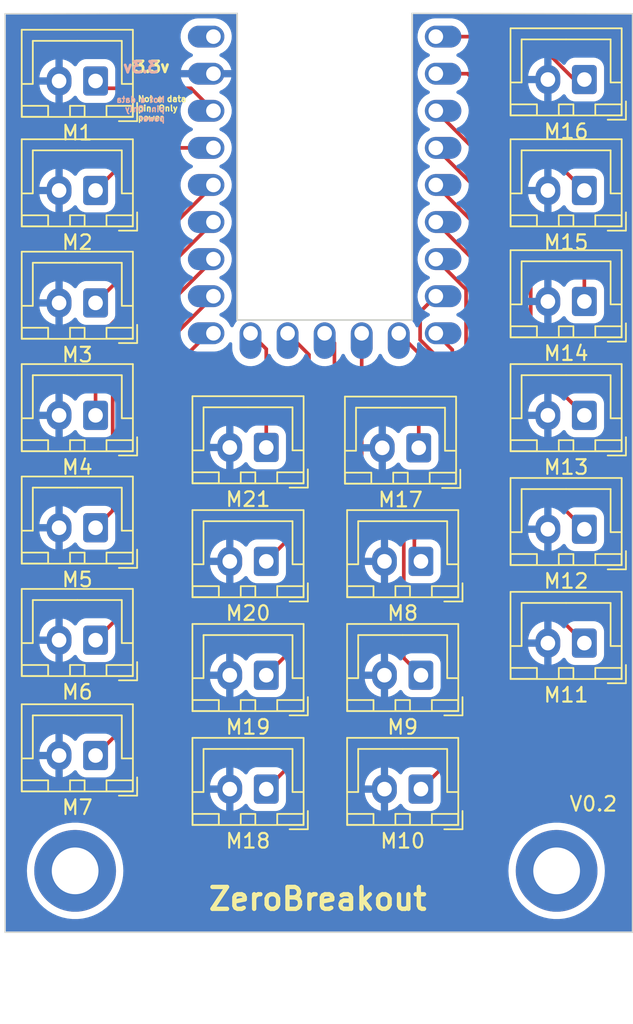
<source format=kicad_pcb>
(kicad_pcb (version 20221018) (generator pcbnew)

  (general
    (thickness 1.6)
  )

  (paper "A4")
  (layers
    (0 "F.Cu" signal)
    (31 "B.Cu" signal)
    (32 "B.Adhes" user "B.Adhesive")
    (33 "F.Adhes" user "F.Adhesive")
    (34 "B.Paste" user)
    (35 "F.Paste" user)
    (36 "B.SilkS" user "B.Silkscreen")
    (37 "F.SilkS" user "F.Silkscreen")
    (38 "B.Mask" user)
    (39 "F.Mask" user)
    (40 "Dwgs.User" user "User.Drawings")
    (41 "Cmts.User" user "User.Comments")
    (42 "Eco1.User" user "User.Eco1")
    (43 "Eco2.User" user "User.Eco2")
    (44 "Edge.Cuts" user)
    (45 "Margin" user)
    (46 "B.CrtYd" user "B.Courtyard")
    (47 "F.CrtYd" user "F.Courtyard")
    (48 "B.Fab" user)
    (49 "F.Fab" user)
    (50 "User.1" user)
    (51 "User.2" user)
    (52 "User.3" user)
    (53 "User.4" user)
    (54 "User.5" user)
    (55 "User.6" user)
    (56 "User.7" user)
    (57 "User.8" user)
    (58 "User.9" user)
  )

  (setup
    (pad_to_mask_clearance 0)
    (pcbplotparams
      (layerselection 0x00010fc_ffffffff)
      (plot_on_all_layers_selection 0x0000000_00000000)
      (disableapertmacros false)
      (usegerberextensions false)
      (usegerberattributes true)
      (usegerberadvancedattributes true)
      (creategerberjobfile true)
      (dashed_line_dash_ratio 12.000000)
      (dashed_line_gap_ratio 3.000000)
      (svgprecision 4)
      (plotframeref false)
      (viasonmask false)
      (mode 1)
      (useauxorigin false)
      (hpglpennumber 1)
      (hpglpenspeed 20)
      (hpglpendiameter 15.000000)
      (dxfpolygonmode true)
      (dxfimperialunits true)
      (dxfusepcbnewfont true)
      (psnegative false)
      (psa4output false)
      (plotreference true)
      (plotvalue true)
      (plotinvisibletext false)
      (sketchpadsonfab false)
      (subtractmaskfromsilk false)
      (outputformat 1)
      (mirror false)
      (drillshape 1)
      (scaleselection 1)
      (outputdirectory "")
    )
  )

  (net 0 "")
  (net 1 "Net-(M1-+)")
  (net 2 "Net-(M2-+)")
  (net 3 "Net-(M3-+)")
  (net 4 "Net-(M4-+)")
  (net 5 "Net-(M5-+)")
  (net 6 "Net-(M6-+)")
  (net 7 "Net-(M7-+)")
  (net 8 "Net-(M8-+)")
  (net 9 "Net-(M9-+)")
  (net 10 "Net-(M10-+)")
  (net 11 "Net-(M11-+)")
  (net 12 "Net-(M12-+)")
  (net 13 "Net-(M13-+)")
  (net 14 "Net-(M14-+)")
  (net 15 "Net-(M15-+)")
  (net 16 "Net-(M16-+)")
  (net 17 "Net-(M17-+)")
  (net 18 "Net-(M18-+)")
  (net 19 "Net-(M19-+)")
  (net 20 "Net-(M20-+)")
  (net 21 "Net-(M21-+)")
  (net 22 "unconnected-(U1-5V-Pad23)")
  (net 23 "GND")

  (footprint "Connector_JST:JST_XH_B2B-XH-A_1x02_P2.50mm_Vertical" (layer "F.Cu") (at 107.8 81.2 180))

  (footprint "Connector_JST:JST_XH_B2B-XH-A_1x02_P2.50mm_Vertical" (layer "F.Cu") (at 141.3 88.8 180))

  (footprint "Connector_JST:JST_XH_B2B-XH-A_1x02_P2.50mm_Vertical" (layer "F.Cu") (at 107.8 96.6 180))

  (footprint "Connector_JST:JST_XH_B2B-XH-A_1x02_P2.50mm_Vertical" (layer "F.Cu") (at 130.1 114.4 180))

  (footprint "Connector_JST:JST_XH_B2B-XH-A_1x02_P2.50mm_Vertical" (layer "F.Cu") (at 107.8 104.3 180))

  (footprint "Connector_JST:JST_XH_B2B-XH-A_1x02_P2.50mm_Vertical" (layer "F.Cu") (at 141.3 112.2 180))

  (footprint "MountingHole:MountingHole_3.2mm_M3_DIN965_Pad" (layer "F.Cu") (at 139.4 127.8))

  (footprint "Connector_JST:JST_XH_B2B-XH-A_1x02_P2.50mm_Vertical" (layer "F.Cu") (at 130.1 106.6 180))

  (footprint "Connector_JST:JST_XH_B2B-XH-A_1x02_P2.50mm_Vertical" (layer "F.Cu") (at 107.8 88.9 180))

  (footprint "Connector_JST:JST_XH_B2B-XH-A_1x02_P2.50mm_Vertical" (layer "F.Cu") (at 107.8 112 180))

  (footprint "Connector_JST:JST_XH_B2B-XH-A_1x02_P2.50mm_Vertical" (layer "F.Cu") (at 130.1 122.2 180))

  (footprint "Connector_JST:JST_XH_B2B-XH-A_1x02_P2.50mm_Vertical" (layer "F.Cu") (at 107.8 73.7 180))

  (footprint "Connector_JST:JST_XH_B2B-XH-A_1x02_P2.50mm_Vertical" (layer "F.Cu") (at 141.3 73.6 180))

  (footprint "Connector_JST:JST_XH_B2B-XH-A_1x02_P2.50mm_Vertical" (layer "F.Cu") (at 141.3 81.2 180))

  (footprint "Connector_JST:JST_XH_B2B-XH-A_1x02_P2.50mm_Vertical" (layer "F.Cu") (at 119.5 122.2 180))

  (footprint "Connector_JST:JST_XH_B2B-XH-A_1x02_P2.50mm_Vertical" (layer "F.Cu") (at 129.95 98.825 180))

  (footprint "Connector_JST:JST_XH_B2B-XH-A_1x02_P2.50mm_Vertical" (layer "F.Cu") (at 107.8 119.9 180))

  (footprint "mcu:rp2040-zero-tht" (layer "F.Cu") (at 123.5 80.82))

  (footprint "Connector_JST:JST_XH_B2B-XH-A_1x02_P2.50mm_Vertical" (layer "F.Cu") (at 119.5 106.6 180))

  (footprint "Connector_JST:JST_XH_B2B-XH-A_1x02_P2.50mm_Vertical" (layer "F.Cu") (at 141.3 104.4 180))

  (footprint "Connector_JST:JST_XH_B2B-XH-A_1x02_P2.50mm_Vertical" (layer "F.Cu") (at 119.5 114.4 180))

  (footprint "MountingHole:MountingHole_3.2mm_M3_DIN965_Pad" (layer "F.Cu") (at 106.4 127.8))

  (footprint "Connector_JST:JST_XH_B2B-XH-A_1x02_P2.50mm_Vertical" (layer "F.Cu") (at 141.3 96.6 180))

  (footprint "Connector_JST:JST_XH_B2B-XH-A_1x02_P2.50mm_Vertical" (layer "F.Cu") (at 119.5 98.8 180))

  (gr_line (start 117.5 69.07) (end 101.6 69.1)
    (stroke (width 0.1) (type default)) (layer "Edge.Cuts") (tstamp 072d1312-8f92-4f2b-9461-b32557fd10ad))
  (gr_line (start 144.6 127.1) (end 144.6 69.1)
    (stroke (width 0.1) (type default)) (layer "Edge.Cuts") (tstamp 74333e95-35ce-4741-99fe-9eb535ff745a))
  (gr_line (start 144.6 127.1) (end 144.6 132)
    (stroke (width 0.1) (type default)) (layer "Edge.Cuts") (tstamp 7ae133ec-44cb-4ca1-a5b7-02972ed306f1))
  (gr_line (start 101.6 69.1) (end 101.6 127.1)
    (stroke (width 0.1) (type default)) (layer "Edge.Cuts") (tstamp 86eec174-1000-44b1-9f16-fd369b3d3541))
  (gr_line (start 101.6 132) (end 101.6 127.1)
    (stroke (width 0.1) (type default)) (layer "Edge.Cuts") (tstamp ac9d2f44-18e4-4d61-94dd-812ebf718982))
  (gr_line (start 144.6 69.1) (end 129.5 69.07)
    (stroke (width 0.1) (type default)) (layer "Edge.Cuts") (tstamp c70ea8dd-fe27-46b9-869a-fb440b65c48f))
  (gr_line (start 101.6 132) (end 144.6 132)
    (stroke (width 0.1) (type default)) (layer "Edge.Cuts") (tstamp e2b71719-a3de-4242-b905-07b3428e9526))
  (gr_text "Not a data\npin. Only\npower" (at 112.6 76.5) (layer "B.SilkS") (tstamp 783d2abb-4be4-453d-922b-a93b4b46a848)
    (effects (font (size 0.4 0.4) (thickness 0.1)) (justify left bottom mirror))
  )
  (gr_text "3.3v" (at 112.2 73.2) (layer "B.SilkS") (tstamp a9b4d029-f744-4f03-82c7-46618be990e3)
    (effects (font (size 0.75 0.75) (thickness 0.1875) bold) (justify left bottom mirror))
  )
  (gr_text "3.3v" (at 110.36 73.175) (layer "F.SilkS") (tstamp 1205c56d-bb18-43b8-aada-4f5333050c5b)
    (effects (font (size 0.75 0.75) (thickness 0.1875) bold) (justify left bottom))
  )
  (gr_text "Not a data\npin. Only\npower" (at 110.65 76.45) (layer "F.SilkS") (tstamp 1c9283e1-ab21-4f28-830e-626bab0f336a)
    (effects (font (size 0.4 0.4) (thickness 0.1)) (justify left bottom))
  )
  (gr_text "V0.2" (at 140.2 123.8) (layer "F.SilkS") (tstamp 64a38a03-658d-47d3-9ba5-8ea90d17b2d2)
    (effects (font (size 1 1) (thickness 0.15)) (justify left bottom))
  )
  (gr_text "ZeroBreakout" (at 115.4 130.6) (layer "F.SilkS") (tstamp de70eb9f-fb85-42f2-abb2-04080bf8b08d)
    (effects (font (size 1.5 1.5) (thickness 0.3) bold) (justify left bottom))
  )
  (dimension (type aligned) (layer "User.1") (tstamp e40ce045-9f71-4cc6-9d3e-8619d59ab77d)
    (pts (xy 106.4 127.8) (xy 139.4 127.8))
    (height 9.8)
    (gr_text "33.0000 mm" (at 122.9 135.8) (layer "User.1") (tstamp e40ce045-9f71-4cc6-9d3e-8619d59ab77d)
      (effects (font (size 1.5 1.5) (thickness 0.3)))
    )
    (format (prefix "") (suffix "") (units 3) (units_format 1) (precision 4))
    (style (thickness 0.2) (arrow_length 1.27) (text_position_mode 0) (extension_height 0.58642) (extension_offset 0.5) keep_text_aligned)
  )

  (segment (start 108.3 74.2) (end 114.34 74.2) (width 0.25) (layer "F.Cu") (net 1) (tstamp 45283c6d-2115-4cae-b003-d1af2df56052))
  (segment (start 107.8 73.7) (end 108.3 74.2) (width 0.25) (layer "F.Cu") (net 1) (tstamp 85b9779e-1d69-40c1-aa7a-880d5459036a))
  (segment (start 114.34 74.2) (end 115.88 75.74) (width 0.25) (layer "F.Cu") (net 1) (tstamp 9ff5cc63-5085-4299-b67a-110cf0471f64))
  (segment (start 110.72 78.28) (end 115.88 78.28) (width 0.25) (layer "F.Cu") (net 2) (tstamp 20fd2b89-5e72-42a5-a0fa-51a058ac9b42))
  (segment (start 107.8 81.2) (end 110.72 78.28) (width 0.25) (layer "F.Cu") (net 2) (tstamp d0f5e62a-8f32-4bd9-bb70-d2a75f9bfe0d))
  (segment (start 107.8 88.9) (end 115.88 80.82) (width 0.25) (layer "F.Cu") (net 3) (tstamp 5f7d3693-c580-4b09-8e89-48b6b244dedd))
  (segment (start 115.88 83.36) (end 107.8 91.44) (width 0.25) (layer "F.Cu") (net 4) (tstamp 92097ebd-5345-4855-9515-52d587c28587))
  (segment (start 107.8 91.44) (end 107.8 96.6) (width 0.25) (layer "F.Cu") (net 4) (tstamp e8e37199-3465-4891-b0cb-56cdf53d1d96))
  (segment (start 115.88 85.9) (end 115.88 85.91972) (width 0.25) (layer "F.Cu") (net 5) (tstamp 3b87038a-0a90-4535-8558-e2e0c07b112a))
  (segment (start 108.975 103.125) (end 107.8 104.3) (width 0.25) (layer "F.Cu") (net 5) (tstamp 446d2759-a6a0-4dd8-98a8-ecaa5d65a05c))
  (segment (start 108.975 92.82472) (end 108.975 103.125) (width 0.25) (layer "F.Cu") (net 5) (tstamp 44a4c7bb-e844-40de-9d6a-22ce0eba1601))
  (segment (start 115.88 85.91972) (end 108.975 92.82472) (width 0.25) (layer "F.Cu") (net 5) (tstamp 5f6946ae-a4ac-4660-9057-26c219a3e30f))
  (segment (start 109.425 110.375) (end 107.8 112) (width 0.25) (layer "F.Cu") (net 6) (tstamp 291d12d4-9bbb-4e7c-be0d-6de034b53ea0))
  (segment (start 115.88 88.44) (end 109.425 94.895) (width 0.25) (layer "F.Cu") (net 6) (tstamp 2b139e52-19c4-45ab-bb5b-ade52830e4e6))
  (segment (start 109.425 94.895) (end 109.425 110.375) (width 0.25) (layer "F.Cu") (net 6) (tstamp 986beb32-1dc5-44f4-b3e5-7b5d6d00dbe9))
  (segment (start 111.1 116.6) (end 111.1 95.4) (width 0.25) (layer "F.Cu") (net 7) (tstamp 1e79463b-42f1-48e5-91d9-c178d4b7e867))
  (segment (start 115.52 90.98) (end 115.88 90.98) (width 0.25) (layer "F.Cu") (net 7) (tstamp 80ed7583-d5a3-49a7-8ceb-5b66d82abcd2))
  (segment (start 111.1 95.4) (end 115.52 90.98) (width 0.25) (layer "F.Cu") (net 7) (tstamp b9a07345-f261-4eb2-a990-7ddbb9b59ce0))
  (segment (start 107.8 119.9) (end 111.1 116.6) (width 0.25) (layer "F.Cu") (net 7) (tstamp cce1f463-1eb5-440c-a4c6-3a8553ff0819))
  (segment (start 115.825 91.035) (end 115.88 90.98) (width 0.25) (layer "F.Cu") (net 7) (tstamp da4bea3d-86a5-42a5-8807-a6b90f287cf4))
  (segment (start 132.25 92.11) (end 131.12 90.98) (width 0.25) (layer "F.Cu") (net 8) (tstamp 1ce310b0-b0cd-4e50-a6cd-6315f52ece4c))
  (segment (start 129.65 105.088604) (end 132.25 102.488604) (width 0.25) (layer "F.Cu") (net 8) (tstamp 2fccf368-5231-422c-b4c4-92ac44412fe2))
  (segment (start 129.65 106.15) (end 129.65 105.088604) (width 0.25) (layer "F.Cu") (net 8) (tstamp 3a3b28fa-0190-4591-9b4d-bfc750e8d041))
  (segment (start 130.1 106.6) (end 129.65 106.15) (width 0.25) (layer "F.Cu") (net 8) (tstamp 48419fa4-6c82-4681-a25e-8d7ad6929cb2))
  (segment (start 132.25 102.488604) (end 132.25 92.11) (width 0.25) (layer "F.Cu") (net 8) (tstamp 75893271-7913-4fac-b609-282b679893e9))
  (segment (start 130.045 91.42528) (end 130.045 89.515) (width 0.25) (layer "F.Cu") (net 9) (tstamp 0fbbb6c9-73fc-48ea-88f4-92f8cd0a8e99))
  (segment (start 128.925 113.225) (end 128.925 105.175) (width 0.25) (layer "F.Cu") (net 9) (tstamp 0fdc5ced-f94f-41f4-82c6-e6da968656a0))
  (segment (start 130.045 89.515) (end 131.12 88.44) (width 0.25) (layer "F.Cu") (net 9) (tstamp 3c7ecf71-1360-47df-81ea-d145384d20bd))
  (segment (start 131.8 93.18028) (end 130.045 91.42528) (width 0.25) (layer "F.Cu") (net 9) (tstamp 41385b83-c41a-4cb3-82c6-c7e7d83a0dc5))
  (segment (start 130.1 114.4) (end 128.925 113.225) (width 0.25) (layer "F.Cu") (net 9) (tstamp 7cefae0a-025a-405b-9e8b-4cc6de23f1ac))
  (segment (start 131.8 102.3) (end 131.8 93.18028) (width 0.25) (layer "F.Cu") (net 9) (tstamp b80b0cca-f990-43c0-abbb-47261dc6ce90))
  (segment (start 128.925 105.175) (end 131.8 102.3) (width 0.25) (layer "F.Cu") (net 9) (tstamp e5b50220-1b80-4b5c-87b7-2f53cf17c1ef))
  (segment (start 133.195 119.105) (end 133.195 87.975) (width 0.25) (layer "F.Cu") (net 10) (tstamp 50342eba-9684-46b0-bf24-e506a22dd6bc))
  (segment (start 133.195 87.975) (end 131.12 85.9) (width 0.25) (layer "F.Cu") (net 10) (tstamp e5549991-5485-4335-a3e6-2f3538c7b38c))
  (segment (start 130.1 122.2) (end 133.195 119.105) (width 0.25) (layer "F.Cu") (net 10) (tstamp ec69d263-bc53-40cc-a1b5-097c2677ce60))
  (segment (start 136.725 88.965) (end 131.12 83.36) (width 0.25) (layer "F.Cu") (net 11) (tstamp 13ab2036-b261-4b8f-a877-1d8b58a71d60))
  (segment (start 141.3 112.2) (end 136.725 107.625) (width 0.25) (layer "F.Cu") (net 11) (tstamp 209e7420-cc76-422d-aab7-cb4c449f7cd8))
  (segment (start 136.725 107.625) (end 136.725 88.965) (width 0.25) (layer "F.Cu") (net 11) (tstamp 9df86b82-0fc1-4ef8-b6c3-d7f3c4cc5502))
  (segment (start 141.3 104.4) (end 137.175 100.275) (width 0.25) (layer "F.Cu") (net 12) (tstamp 268dd8ec-f703-41e0-9d7e-4f867a82fde2))
  (segment (start 137.175 100.275) (end 137.175 86.875) (width 0.25) (layer "F.Cu") (net 12) (tstamp 5288d112-46f7-478a-9511-41dcf7929035))
  (segment (start 137.175 86.875) (end 131.12 80.82) (width 0.25) (layer "F.Cu") (net 12) (tstamp b11a709c-1139-497e-9f38-4fc81be4037f))
  (segment (start 137.625 92.925) (end 137.625 84.785) (width 0.25) (layer "F.Cu") (net 13) (tstamp 6362e2d3-8322-4831-913b-c9b876671898))
  (segment (start 137.625 84.785) (end 131.12 78.28) (width 0.25) (layer "F.Cu") (net 13) (tstamp 9c5bc46f-874e-4490-8542-23009e8c1076))
  (segment (start 141.3 96.6) (end 137.625 92.925) (width 0.25) (layer "F.Cu") (net 13) (tstamp b2d4ef7c-a433-46f6-8c43-5d53b6038f4d))
  (segment (start 141.3 85.92) (end 131.12 75.74) (width 0.25) (layer "F.Cu") (net 14) (tstamp 16782a45-f727-496e-8ce7-1bd856f9c89b))
  (segment (start 141.3 88.8) (end 141.3 85.92) (width 0.25) (layer "F.Cu") (net 14) (tstamp ef313f6e-5e28-4980-99a2-162f57d5328a))
  (segment (start 133.3 73.2) (end 131.12 73.2) (width 0.25) (layer "F.Cu") (net 15) (tstamp 59c7e545-9429-465f-9b98-c875f913ba0b))
  (segment (start 141.3 81.2) (end 133.3 73.2) (width 0.25) (layer "F.Cu") (net 15) (tstamp 98eb0ef1-632e-44e5-8d26-7a72a07f23ec))
  (segment (start 141.3 73.6) (end 140.611701 73.6) (width 0.25) (layer "F.Cu") (net 16) (tstamp 0cb2f5c3-12cd-4c13-8e06-27fd99e4de1f))
  (segment (start 140.611701 73.6) (end 137.671701 70.66) (width 0.25) (layer "F.Cu") (net 16) (tstamp 90a84fdc-0042-4ae8-83c6-43d37cdeafc9))
  (segment (start 137.671701 70.66) (end 131.12 70.66) (width 0.25) (layer "F.Cu") (net 16) (tstamp ca7a2b69-77e3-4750-ae44-a2ea309edb90))
  (segment (start 129.95 98.825) (end 129.95 92.35) (width 0.25) (layer "F.Cu") (net 17) (tstamp 087c6c51-f149-4581-ab7f-ec731e8f0b29))
  (segment (start 129.95 92.35) (end 128.58 90.98) (width 0.25) (layer "F.Cu") (net 17) (tstamp c33ac954-47d0-4f08-ae75-4a523ea8c190))
  (segment (start 126.04 115.66) (end 126.04 90.98) (width 0.25) (layer "F.Cu") (net 18) (tstamp 942682c5-b4d8-4e5f-beda-b3110a59be33))
  (segment (start 119.5 122.2) (end 126.04 115.66) (width 0.25) (layer "F.Cu") (net 18) (tstamp a38bac71-a3af-4ac5-be1b-efa626d3ec86))
  (segment (start 119.5 114.4) (end 124.172792 109.727208) (width 0.25) (layer "F.Cu") (net 19) (tstamp 8094be4a-094c-41ab-a57e-99323f393dd5))
  (segment (start 124.172792 91.652792) (end 123.5 90.98) (width 0.25) (layer "F.Cu") (net 19) (tstamp ae14a377-27de-4d45-a283-085da12ab1d0))
  (segment (start 124.172792 109.727208) (end 124.172792 91.652792) (width 0.25) (layer "F.Cu") (net 19) (tstamp b8bf2097-1147-444b-8244-b9338777e4a5))
  (segment (start 122.425 103.675) (end 122.425 92.445) (width 0.25) (layer "F.Cu") (net 20) (tstamp 89aef587-17ac-4ff9-83e0-89eb27b34cb9))
  (segment (start 122.425 92.445) (end 120.96 90.98) (width 0.25) (layer "F.Cu") (net 20) (tstamp b2004d9d-d882-4aa7-a3fa-5910337ae352))
  (segment (start 119.5 106.6) (end 122.425 103.675) (width 0.25) (layer "F.Cu") (net 20) (tstamp c583a641-c01c-4a36-84be-69253af96a9d))
  (segment (start 119.5 92.06) (end 118.42 90.98) (width 0.25) (layer "F.Cu") (net 21) (tstamp 0bac30b8-9b8f-461e-8778-4f2c8000a731))
  (segment (start 119.5 98.8) (end 119.5 92.06) (width 0.25) (layer "F.Cu") (net 21) (tstamp a0b177e5-2415-4afd-928a-3f6d375853b3))

  (zone (net 23) (net_name "GND") (layer "B.Cu") (tstamp 8c6e0108-26e8-450a-95dd-6d1b638740c4) (hatch edge 0.5)
    (connect_pads (clearance 0.5))
    (min_thickness 0.25) (filled_areas_thickness no)
    (fill yes (thermal_gap 0.5) (thermal_bridge_width 0.5))
    (polygon
      (pts
        (xy 101.6 69.1)
        (xy 144.6 69.1)
        (xy 144.6 132)
        (xy 101.6 132)
      )
    )
    (filled_polygon
      (layer "B.Cu")
      (pts
        (xy 117.442539 69.119685)
        (xy 117.488294 69.172489)
        (xy 117.4995 69.224)
        (xy 117.4995 90.045467)
        (xy 117.499416 90.045889)
        (xy 117.499488 90.086221)
        (xy 117.479922 90.153295)
        (xy 117.468869 90.168025)
        (xy 117.404236 90.242002)
        (xy 117.288787 90.435232)
        (xy 117.288784 90.435237)
        (xy 117.268084 90.490391)
        (xy 117.226098 90.546238)
        (xy 117.160583 90.57052)
        (xy 117.092341 90.555528)
        (xy 117.043038 90.506021)
        (xy 117.036838 90.491593)
        (xy 117.036703 90.491651)
        (xy 117.034517 90.486536)
        (xy 116.928756 90.289999)
        (xy 116.927852 90.288319)
        (xy 116.855167 90.197175)
        (xy 116.78751 90.112336)
        (xy 116.787508 90.112334)
        (xy 116.617996 89.964235)
        (xy 116.424767 89.848787)
        (xy 116.424768 89.848787)
        (xy 116.424766 89.848786)
        (xy 116.424764 89.848785)
        (xy 116.365896 89.826691)
        (xy 116.31005 89.784706)
        (xy 116.285767 89.719191)
        (xy 116.300759 89.650949)
        (xy 116.350265 89.601645)
        (xy 116.35561 89.598907)
        (xy 116.523973 89.517829)
        (xy 116.706078 89.385522)
        (xy 116.861632 89.222825)
        (xy 116.985635 89.034968)
        (xy 117.012597 88.971889)
        (xy 117.0741 88.827995)
        (xy 117.074099 88.827995)
        (xy 117.074103 88.827988)
        (xy 117.124191 88.608537)
        (xy 117.13429 88.38367)
        (xy 117.104075 88.160613)
        (xy 117.034517 87.946536)
        (xy 116.927852 87.748319)
        (xy 116.794696 87.581347)
        (xy 116.78751 87.572336)
        (xy 116.787508 87.572334)
        (xy 116.617996 87.424235)
        (xy 116.424767 87.308787)
        (xy 116.424768 87.308787)
        (xy 116.424766 87.308786)
        (xy 116.424764 87.308785)
        (xy 116.365896 87.286691)
        (xy 116.31005 87.244706)
        (xy 116.285767 87.179191)
        (xy 116.300759 87.110949)
        (xy 116.350265 87.061645)
        (xy 116.35561 87.058907)
        (xy 116.523973 86.977829)
        (xy 116.706078 86.845522)
        (xy 116.861632 86.682825)
        (xy 116.985635 86.494968)
        (xy 117.074103 86.287988)
        (xy 117.124191 86.068537)
        (xy 117.13429 85.84367)
        (xy 117.104075 85.620613)
        (xy 117.034517 85.406536)
        (xy 116.927852 85.208319)
        (xy 116.787508 85.032334)
        (xy 116.617996 84.884235)
        (xy 116.424767 84.768787)
        (xy 116.424768 84.768787)
        (xy 116.424766 84.768786)
        (xy 116.424764 84.768785)
        (xy 116.365896 84.746691)
        (xy 116.31005 84.704706)
        (xy 116.285767 84.639191)
        (xy 116.300759 84.570949)
        (xy 116.350265 84.521645)
        (xy 116.35561 84.518907)
        (xy 116.523973 84.437829)
        (xy 116.706078 84.305522)
        (xy 116.861632 84.142825)
        (xy 116.985635 83.954968)
        (xy 117.074103 83.747988)
        (xy 117.124191 83.528537)
        (xy 117.13429 83.30367)
        (xy 117.104075 83.080613)
        (xy 117.034517 82.866536)
        (xy 116.927852 82.668319)
        (xy 116.855167 82.577175)
        (xy 116.78751 82.492336)
        (xy 116.703178 82.418657)
        (xy 116.617996 82.344235)
        (xy 116.424767 82.228787)
        (xy 116.424768 82.228787)
        (xy 116.424766 82.228786)
        (xy 116.424764 82.228785)
        (xy 116.365896 82.206691)
        (xy 116.31005 82.164706)
        (xy 116.285767 82.099191)
        (xy 116.300759 82.030949)
        (xy 116.350265 81.981645)
        (xy 116.35561 81.978907)
        (xy 116.523973 81.897829)
        (xy 116.706078 81.765522)
        (xy 116.861632 81.602825)
        (xy 116.985635 81.414968)
        (xy 117.074103 81.207988)
        (xy 117.124191 80.988537)
        (xy 117.13429 80.76367)
        (xy 117.104075 80.540613)
        (xy 117.034517 80.326536)
        (xy 116.927852 80.128319)
        (xy 116.855167 80.037175)
        (xy 116.78751 79.952336)
        (xy 116.787508 79.952334)
        (xy 116.617996 79.804235)
        (xy 116.424767 79.688787)
        (xy 116.424768 79.688787)
        (xy 116.424766 79.688786)
        (xy 116.424764 79.688785)
        (xy 116.365896 79.666691)
        (xy 116.31005 79.624706)
        (xy 116.285767 79.559191)
        (xy 116.300759 79.490949)
        (xy 116.350265 79.441645)
        (xy 116.35561 79.438907)
        (xy 116.523973 79.357829)
        (xy 116.706078 79.225522)
        (xy 116.861632 79.062825)
        (xy 116.985635 78.874968)
        (xy 117.074103 78.667988)
        (xy 117.124191 78.448537)
        (xy 117.13429 78.22367)
        (xy 117.104075 78.000613)
        (xy 117.034517 77.786536)
        (xy 116.927852 77.588319)
        (xy 116.787508 77.412334)
        (xy 116.617996 77.264235)
        (xy 116.424767 77.148787)
        (xy 116.424768 77.148787)
        (xy 116.424766 77.148786)
        (xy 116.424764 77.148785)
        (xy 116.365896 77.126691)
        (xy 116.31005 77.084706)
        (xy 116.285767 77.019191)
        (xy 116.300759 76.950949)
        (xy 116.350265 76.901645)
        (xy 116.35561 76.898907)
        (xy 116.523973 76.817829)
        (xy 116.706078 76.685522)
        (xy 116.861632 76.522825)
        (xy 116.985635 76.334968)
        (xy 117.074103 76.127988)
        (xy 117.124191 75.908537)
        (xy 117.13429 75.68367)
        (xy 117.104075 75.460613)
        (xy 117.034517 75.246536)
        (xy 117.009743 75.200499)
        (xy 116.927853 75.048321)
        (xy 116.927851 75.048318)
        (xy 116.92338 75.042712)
        (xy 116.843631 74.94271)
        (xy 116.78751 74.872336)
        (xy 116.787508 74.872334)
        (xy 116.617996 74.724235)
        (xy 116.424766 74.608786)
        (xy 116.424765 74.608785)
        (xy 116.36525 74.586449)
        (xy 116.309402 74.544463)
        (xy 116.285119 74.478949)
        (xy 116.300111 74.410706)
        (xy 116.349617 74.361402)
        (xy 116.35502 74.358635)
        (xy 116.523716 74.277396)
        (xy 116.705741 74.145148)
        (xy 116.705749 74.145142)
        (xy 116.861237 73.982513)
        (xy 116.985191 73.794733)
        (xy 117.073624 73.58783)
        (xy 117.073627 73.587821)
        (xy 117.105084 73.45)
        (xy 116.313686 73.45)
        (xy 116.339493 73.409844)
        (xy 116.38 73.271889)
        (xy 116.38 73.128111)
        (xy 116.339493 72.990156)
        (xy 116.313686 72.95)
        (xy 117.10755 72.95)
        (xy 117.10755 72.949999)
        (xy 117.103584 72.920721)
        (xy 117.034054 72.706731)
        (xy 116.927434 72.508598)
        (xy 116.927432 72.508595)
        (xy 116.787145 72.332679)
        (xy 116.617707 72.184647)
        (xy 116.617699 72.18464)
        (xy 116.424553 72.06924)
        (xy 116.424548 72.069238)
        (xy 116.365275 72.046992)
        (xy 116.309427 72.005006)
        (xy 116.285144 71.939492)
        (xy 116.300136 71.87125)
        (xy 116.349642 71.821945)
        (xy 116.354986 71.819207)
        (xy 116.523973 71.737829)
        (xy 116.706078 71.605522)
        (xy 116.861632 71.442825)
        (xy 116.985635 71.254968)
        (xy 117.074103 71.047988)
        (xy 117.124191 70.828537)
        (xy 117.13429 70.60367)
        (xy 117.104075 70.380613)
        (xy 117.034517 70.166536)
        (xy 116.927852 69.968319)
        (xy 116.787508 69.792334)
        (xy 116.617996 69.644235)
        (xy 116.424764 69.528785)
        (xy 116.306775 69.484503)
        (xy 116.214023 69.449692)
        (xy 115.99255 69.4095)
        (xy 115.992547 69.4095)
        (xy 114.823845 69.4095)
        (xy 114.785399 69.41296)
        (xy 114.655813 69.424622)
        (xy 114.655807 69.424623)
        (xy 114.438839 69.484503)
        (xy 114.438826 69.484508)
        (xy 114.236033 69.582167)
        (xy 114.236025 69.582171)
        (xy 114.053927 69.714473)
        (xy 114.053925 69.714474)
        (xy 113.898366 69.877176)
        (xy 113.774363 70.065033)
        (xy 113.685899 70.272004)
        (xy 113.685895 70.272017)
        (xy 113.63581 70.491457)
        (xy 113.635808 70.491468)
        (xy 113.630769 70.603674)
        (xy 113.62571 70.71633)
        (xy 113.655925 70.939387)
        (xy 113.655926 70.93939)
        (xy 113.725483 71.153465)
        (xy 113.832146 71.351678)
        (xy 113.832148 71.351681)
        (xy 113.972489 71.527663)
        (xy 113.972491 71.527664)
        (xy 113.972492 71.527666)
        (xy 114.142004 71.675765)
        (xy 114.335236 71.791215)
        (xy 114.394748 71.81355)
        (xy 114.450596 71.855535)
        (xy 114.47488 71.921049)
        (xy 114.459889 71.989292)
        (xy 114.410383 72.038596)
        (xy 114.404979 72.041363)
        (xy 114.236291 72.122598)
        (xy 114.236283 72.122602)
        (xy 114.054258 72.254851)
        (xy 114.05425 72.254857)
        (xy 113.898762 72.417486)
        (xy 113.774808 72.605266)
        (xy 113.686375 72.812169)
        (xy 113.686372 72.812178)
        (xy 113.654915 72.949999)
        (xy 113.654916 72.95)
        (xy 115.446314 72.95)
        (xy 115.420507 72.990156)
        (xy 115.38 73.128111)
        (xy 115.38 73.271889)
        (xy 115.420507 73.409844)
        (xy 115.446314 73.45)
        (xy 113.652449 73.45)
        (xy 113.656415 73.479278)
        (xy 113.725945 73.693268)
        (xy 113.832565 73.891401)
        (xy 113.832567 73.891404)
        (xy 113.972854 74.06732)
        (xy 114.142292 74.215352)
        (xy 114.1423 74.215359)
        (xy 114.335446 74.330759)
        (xy 114.335454 74.330763)
        (xy 114.394723 74.353007)
        (xy 114.450571 74.394992)
        (xy 114.474855 74.460506)
        (xy 114.459864 74.528748)
        (xy 114.410358 74.578053)
        (xy 114.404954 74.58082)
        (xy 114.236033 74.662167)
        (xy 114.236025 74.662171)
        (xy 114.053927 74.794473)
        (xy 114.053925 74.794474)
        (xy 113.898366 74.957176)
        (xy 113.774363 75.145033)
        (xy 113.685899 75.352004)
        (xy 113.685895 75.352017)
        (xy 113.63581 75.571457)
        (xy 113.635808 75.571468)
        (xy 113.630769 75.683674)
        (xy 113.62571 75.79633)
        (xy 113.655925 76.019387)
        (xy 113.655926 76.01939)
        (xy 113.725483 76.233465)
        (xy 113.832146 76.431678)
        (xy 113.832148 76.431681)
        (xy 113.972489 76.607663)
        (xy 113.972491 76.607664)
        (xy 113.972492 76.607666)
        (xy 114.142004 76.755765)
        (xy 114.335236 76.871215)
        (xy 114.394102 76.893307)
        (xy 114.449949 76.935292)
        (xy 114.474232 77.000806)
        (xy 114.459241 77.069049)
        (xy 114.409735 77.118353)
        (xy 114.404331 77.12112)
        (xy 114.236033 77.202167)
        (xy 114.236025 77.202171)
        (xy 114.053927 77.334473)
        (xy 114.053925 77.334474)
        (xy 113.898366 77.497176)
        (xy 113.774363 77.685033)
        (xy 113.685899 77.892004)
        (xy 113.685895 77.892017)
        (xy 113.63581 78.111457)
        (xy 113.635808 78.111468)
        (xy 113.630769 78.223674)
        (xy 113.62571 78.33633)
        (xy 113.655925 78.559387)
        (xy 113.655926 78.55939)
        (xy 113.725483 78.773465)
        (xy 113.832146 78.971678)
        (xy 113.832148 78.971681)
        (xy 113.972489 79.147663)
        (xy 113.972491 79.147664)
        (xy 113.972492 79.147666)
        (xy 114.142004 79.295765)
        (xy 114.335236 79.411215)
        (xy 114.394102 79.433307)
        (xy 114.449949 79.475292)
        (xy 114.474232 79.540806)
        (xy 114.459241 79.609049)
        (xy 114.409735 79.658353)
        (xy 114.404331 79.66112)
        (xy 114.236033 79.742167)
        (xy 114.236025 79.742171)
        (xy 114.053927 79.874473)
        (xy 114.053925 79.874474)
        (xy 113.898366 80.037176)
        (xy 113.774363 80.225033)
        (xy 113.685899 80.432004)
        (xy 113.685895 80.432017)
        (xy 113.63581 80.651457)
        (xy 113.635808 80.651468)
        (xy 113.62603 80.869202)
        (xy 113.62571 80.87633)
        (xy 113.655925 81.099387)
        (xy 113.655926 81.09939)
        (xy 113.725483 81.313465)
        (xy 113.832146 81.511678)
        (xy 113.832148 81.511681)
        (xy 113.972489 81.687663)
        (xy 113.972491 81.687664)
        (xy 113.972492 81.687666)
        (xy 114.142004 81.835765)
        (xy 114.335236 81.951215)
        (xy 114.394102 81.973307)
        (xy 114.449949 82.015292)
        (xy 114.474232 82.080806)
        (xy 114.459241 82.149049)
        (xy 114.409735 82.198353)
        (xy 114.404331 82.20112)
        (xy 114.236033 82.282167)
        (xy 114.236025 82.282171)
        (xy 114.053927 82.414473)
        (xy 114.053925 82.414474)
        (xy 113.898366 82.577176)
        (xy 113.774363 82.765033)
        (xy 113.685899 82.972004)
        (xy 113.685895 82.972017)
        (xy 113.63581 83.191457)
        (xy 113.635808 83.191468)
        (xy 113.630769 83.303674)
        (xy 113.62571 83.41633)
        (xy 113.655925 83.639387)
        (xy 113.655926 83.63939)
        (xy 113.725483 83.853465)
        (xy 113.832146 84.051678)
        (xy 113.832148 84.051681)
        (xy 113.972489 84.227663)
        (xy 113.972491 84.227664)
        (xy 113.972492 84.227666)
        (xy 114.142004 84.375765)
        (xy 114.335236 84.491215)
        (xy 114.394102 84.513307)
        (xy 114.449949 84.555292)
        (xy 114.474232 84.620806)
        (xy 114.459241 84.689049)
        (xy 114.409735 84.738353)
        (xy 114.404331 84.74112)
        (xy 114.236033 84.822167)
        (xy 114.236025 84.822171)
        (xy 114.053927 84.954473)
        (xy 114.053925 84.954474)
        (xy 113.898366 85.117176)
        (xy 113.774363 85.305033)
        (xy 113.685899 85.512004)
        (xy 113.685895 85.512017)
        (xy 113.63581 85.731457)
        (xy 113.635808 85.731468)
        (xy 113.630769 85.843674)
        (xy 113.62571 85.95633)
        (xy 113.655925 86.179387)
        (xy 113.655926 86.17939)
        (xy 113.725483 86.393465)
        (xy 113.832146 86.591678)
        (xy 113.832148 86.591681)
        (xy 113.972489 86.767663)
        (xy 113.972491 86.767664)
        (xy 113.972492 86.767666)
        (xy 114.142004 86.915765)
        (xy 114.335236 87.031215)
        (xy 114.394102 87.053307)
        (xy 114.449949 87.095292)
        (xy 114.474232 87.160806)
        (xy 114.459241 87.229049)
        (xy 114.409735 87.278353)
        (xy 114.404331 87.28112)
        (xy 114.236033 87.362167)
        (xy 114.236025 87.362171)
        (xy 114.053927 87.494473)
        (xy 114.053925 87.494474)
        (xy 113.898366 87.657176)
        (xy 113.774363 87.845033)
        (xy 113.685899 88.052004)
        (xy 113.685895 88.052017)
        (xy 113.63581 88.271457)
        (xy 113.635808 88.271468)
        (xy 113.629348 88.41532)
        (xy 113.62571 88.49633)
        (xy 113.655925 88.719387)
        (xy 113.655926 88.71939)
        (xy 113.725483 88.933465)
        (xy 113.832146 89.131678)
        (xy 113.832148 89.131681)
        (xy 113.972489 89.307663)
        (xy 113.972491 89.307664)
        (xy 113.972492 89.307666)
        (xy 114.142004 89.455765)
        (xy 114.335236 89.571215)
        (xy 114.394102 89.593307)
        (xy 114.449949 89.635292)
        (xy 114.474232 89.700806)
        (xy 114.459241 89.769049)
        (xy 114.409735 89.818353)
        (xy 114.404331 89.82112)
        (xy 114.236033 89.902167)
        (xy 114.236025 89.902171)
        (xy 114.053927 90.034473)
        (xy 114.053925 90.034474)
        (xy 113.898366 90.197176)
        (xy 113.774363 90.385033)
        (xy 113.685899 90.592004)
        (xy 113.685895 90.592017)
        (xy 113.63581 90.811457)
        (xy 113.635808 90.811468)
        (xy 113.62571 91.036325)
        (xy 113.62571 91.03633)
        (xy 113.655925 91.259387)
        (xy 113.655926 91.25939)
        (xy 113.725483 91.473465)
        (xy 113.832146 91.671678)
        (xy 113.832148 91.671681)
        (xy 113.972489 91.847663)
        (xy 113.972491 91.847664)
        (xy 113.972492 91.847666)
        (xy 114.142004 91.995765)
        (xy 114.335236 92.111215)
        (xy 114.545976 92.190307)
        (xy 114.76745 92.2305)
        (xy 114.767453 92.2305)
        (xy 115.936148 92.2305)
        (xy 115.936155 92.2305)
        (xy 116.104188 92.215377)
        (xy 116.104192 92.215376)
        (xy 116.32116 92.155496)
        (xy 116.321162 92.155495)
        (xy 116.32117 92.155493)
        (xy 116.523973 92.057829)
        (xy 116.706078 91.925522)
        (xy 116.861632 91.762825)
        (xy 116.909812 91.689835)
        (xy 116.942013 91.641053)
        (xy 116.995373 91.595948)
        (xy 117.064648 91.586851)
        (xy 117.127844 91.616652)
        (xy 117.164896 91.675888)
        (xy 117.1695 91.709364)
        (xy 117.1695 92.036151)
        (xy 117.184622 92.204186)
        (xy 117.184623 92.204192)
        (xy 117.244503 92.42116)
        (xy 117.244508 92.421173)
        (xy 117.342167 92.623966)
        (xy 117.342171 92.623974)
        (xy 117.474473 92.806072)
        (xy 117.474474 92.806074)
        (xy 117.637176 92.961633)
        (xy 117.825033 93.085636)
        (xy 118.032004 93.1741)
        (xy 118.032007 93.174101)
        (xy 118.032012 93.174103)
        (xy 118.251463 93.224191)
        (xy 118.47633 93.23429)
        (xy 118.699387 93.204075)
        (xy 118.913464 93.134517)
        (xy 119.111681 93.027852)
        (xy 119.287666 92.887508)
        (xy 119.435765 92.717996)
        (xy 119.551215 92.524764)
        (xy 119.573307 92.465897)
        (xy 119.615292 92.410051)
        (xy 119.680806 92.385767)
        (xy 119.749048 92.400758)
        (xy 119.798353 92.450264)
        (xy 119.80112 92.455668)
        (xy 119.882167 92.623966)
        (xy 119.882171 92.623974)
        (xy 120.014473 92.806072)
        (xy 120.014474 92.806074)
        (xy 120.177176 92.961633)
        (xy 120.365033 93.085636)
        (xy 120.572004 93.1741)
        (xy 120.572007 93.174101)
        (xy 120.572012 93.174103)
        (xy 120.791463 93.224191)
        (xy 121.01633 93.23429)
        (xy 121.239387 93.204075)
        (xy 121.453464 93.134517)
        (xy 121.651681 93.027852)
        (xy 121.827666 92.887508)
        (xy 121.975765 92.717996)
        (xy 122.091215 92.524764)
        (xy 122.113307 92.465897)
        (xy 122.155292 92.410051)
        (xy 122.220806 92.385767)
        (xy 122.289048 92.400758)
        (xy 122.338353 92.450264)
        (xy 122.34112 92.455668)
        (xy 122.422167 92.623966)
        (xy 122.422171 92.623974)
        (xy 122.554473 92.806072)
        (xy 122.554474 92.806074)
        (xy 122.717176 92.961633)
        (xy 122.905033 93.085636)
        (xy 123.112004 93.1741)
        (xy 123.112007 93.174101)
        (xy 123.112012 93.174103)
        (xy 123.331463 93.224191)
        (xy 123.55633 93.23429)
        (xy 123.779387 93.204075)
        (xy 123.993464 93.134517)
        (xy 124.191681 93.027852)
        (xy 124.367666 92.887508)
        (xy 124.515765 92.717996)
        (xy 124.631215 92.524764)
        (xy 124.653307 92.465897)
        (xy 124.695292 92.410051)
        (xy 124.760806 92.385767)
        (xy 124.829048 92.400758)
        (xy 124.878353 92.450264)
        (xy 124.88112 92.455668)
        (xy 124.962167 92.623966)
        (xy 124.962171 92.623974)
        (xy 125.094473 92.806072)
        (xy 125.094474 92.806074)
        (xy 125.257176 92.961633)
        (xy 125.445033 93.085636)
        (xy 125.652004 93.1741)
        (xy 125.652007 93.174101)
        (xy 125.652012 93.174103)
        (xy 125.871463 93.224191)
        (xy 126.09633 93.23429)
        (xy 126.319387 93.204075)
        (xy 126.533464 93.134517)
        (xy 126.731681 93.027852)
        (xy 126.907666 92.887508)
        (xy 127.055765 92.717996)
        (xy 127.171215 92.524764)
        (xy 127.193307 92.465897)
        (xy 127.235292 92.410051)
        (xy 127.300806 92.385767)
        (xy 127.369048 92.400758)
        (xy 127.418353 92.450264)
        (xy 127.42112 92.455668)
        (xy 127.502167 92.623966)
        (xy 127.502171 92.623974)
        (xy 127.634473 92.806072)
        (xy 127.634474 92.806074)
        (xy 127.797176 92.961633)
        (xy 127.985033 93.085636)
        (xy 128.192004 93.1741)
        (xy 128.192007 93.174101)
        (xy 128.192012 93.174103)
        (xy 128.411463 93.224191)
        (xy 128.63633 93.23429)
        (xy 128.859387 93.204075)
        (xy 129.073464 93.134517)
        (xy 129.271681 93.027852)
        (xy 129.447666 92.887508)
        (xy 129.595765 92.717996)
        (xy 129.711215 92.524764)
        (xy 129.790307 92.314024)
        (xy 129.819077 92.155491)
        (xy 129.8305 92.092549)
        (xy 129.8305 91.71473)
        (xy 129.850185 91.647691)
        (xy 129.902989 91.601936)
        (xy 129.972147 91.591992)
        (xy 130.035703 91.621017)
        (xy 130.063695 91.655972)
        (xy 130.072146 91.671678)
        (xy 130.072148 91.671681)
        (xy 130.212489 91.847663)
        (xy 130.212491 91.847664)
        (xy 130.212492 91.847666)
        (xy 130.382004 91.995765)
        (xy 130.575236 92.111215)
        (xy 130.785976 92.190307)
        (xy 131.00745 92.2305)
        (xy 131.007453 92.2305)
        (xy 132.176148 92.2305)
        (xy 132.176155 92.2305)
        (xy 132.344188 92.215377)
        (xy 132.344192 92.215376)
        (xy 132.56116 92.155496)
        (xy 132.561162 92.155495)
        (xy 132.56117 92.155493)
        (xy 132.763973 92.057829)
        (xy 132.946078 91.925522)
        (xy 133.101632 91.762825)
        (xy 133.225635 91.574968)
        (xy 133.314103 91.367988)
        (xy 133.364191 91.148537)
        (xy 133.37429 90.92367)
        (xy 133.344075 90.700613)
        (xy 133.274517 90.486536)
        (xy 133.167852 90.288319)
        (xy 133.095167 90.197175)
        (xy 133.02751 90.112336)
        (xy 133.027508 90.112334)
        (xy 132.857996 89.964235)
        (xy 132.664767 89.848787)
        (xy 132.664768 89.848787)
        (xy 132.664766 89.848786)
        (xy 132.664764 89.848785)
        (xy 132.605896 89.826691)
        (xy 132.55005 89.784706)
        (xy 132.525767 89.719191)
        (xy 132.540759 89.650949)
        (xy 132.590265 89.601645)
        (xy 132.59561 89.598907)
        (xy 132.763973 89.517829)
        (xy 132.946078 89.385522)
        (xy 133.101632 89.222825)
        (xy 133.215712 89.05)
        (xy 137.453592 89.05)
        (xy 137.46543 89.185315)
        (xy 137.465432 89.185326)
        (xy 137.526566 89.413483)
        (xy 137.52657 89.413492)
        (xy 137.626399 89.627577)
        (xy 137.6264 89.627579)
        (xy 137.761886 89.821073)
        (xy 137.761891 89.821079)
        (xy 137.928917 89.988105)
        (xy 138.122421 90.1236)
        (xy 138.336507 90.223429)
        (xy 138.336516 90.223433)
        (xy 138.55 90.280634)
        (xy 138.55 89.235501)
        (xy 138.657685 89.28468)
        (xy 138.764237 89.3)
        (xy 138.835763 89.3)
        (xy 138.942315 89.28468)
        (xy 139.05 89.235501)
        (xy 139.05 90.280633)
        (xy 139.263483 90.223433)
        (xy 139.263492 90.223429)
        (xy 139.477577 90.1236)
        (xy 139.477579 90.123599)
        (xy 139.671073 89.988113)
        (xy 139.671079 89.988108)
        (xy 139.818331 89.840857)
        (xy 139.879654 89.807372)
        (xy 139.949346 89.812356)
        (xy 140.005279 89.854228)
        (xy 140.011551 89.863441)
        (xy 140.015186 89.869334)
        (xy 140.107288 90.018656)
        (xy 140.231344 90.142712)
        (xy 140.380666 90.234814)
        (xy 140.547203 90.289999)
        (xy 140.649991 90.3005)
        (xy 141.950008 90.300499)
        (xy 142.052797 90.289999)
        (xy 142.219334 90.234814)
        (xy 142.368656 90.142712)
        (xy 142.492712 90.018656)
        (xy 142.584814 89.869334)
        (xy 142.639999 89.702797)
        (xy 142.6505 89.600009)
        (xy 142.650499 87.999992)
        (xy 142.647682 87.97242)
        (xy 142.639999 87.897203)
        (xy 142.639998 87.8972)
        (xy 142.627387 87.859143)
        (xy 142.584814 87.730666)
        (xy 142.492712 87.581344)
        (xy 142.368656 87.457288)
        (xy 142.219334 87.365186)
        (xy 142.052797 87.310001)
        (xy 142.052795 87.31)
        (xy 141.95001 87.2995)
        (xy 140.649998 87.2995)
        (xy 140.649981 87.299501)
        (xy 140.547203 87.31)
        (xy 140.5472 87.310001)
        (xy 140.380668 87.365185)
        (xy 140.380663 87.365187)
        (xy 140.231342 87.457289)
        (xy 140.107288 87.581343)
        (xy 140.107285 87.581347)
        (xy 140.01155 87.736558)
        (xy 139.959602 87.783283)
        (xy 139.89064 87.794504)
        (xy 139.826558 87.766661)
        (xy 139.818331 87.759143)
        (xy 139.671078 87.611891)
        (xy 139.477578 87.476399)
        (xy 139.263492 87.37657)
        (xy 139.263486 87.376567)
        (xy 139.05 87.319364)
        (xy 139.05 88.364498)
        (xy 138.942315 88.31532)
        (xy 138.835763 88.3)
        (xy 138.764237 88.3)
        (xy 138.657685 88.31532)
        (xy 138.55 88.364498)
        (xy 138.55 87.319364)
        (xy 138.549999 87.319364)
        (xy 138.336513 87.376567)
        (xy 138.336507 87.37657)
        (xy 138.122422 87.476399)
        (xy 138.12242 87.4764)
        (xy 137.928926 87.611886)
        (xy 137.92892 87.611891)
        (xy 137.761891 87.77892)
        (xy 137.761886 87.778926)
        (xy 137.6264 87.97242)
        (xy 137.626399 87.972422)
        (xy 137.52657 88.186507)
        (xy 137.526566 88.186516)
        (xy 137.465432 88.414673)
        (xy 137.46543 88.414684)
        (xy 137.453592 88.549999)
        (xy 137.453593 88.55)
        (xy 138.366314 88.55)
        (xy 138.340507 88.590156)
        (xy 138.3 88.728111)
        (xy 138.3 88.871889)
        (xy 138.340507 89.009844)
        (xy 138.366314 89.05)
        (xy 137.453592 89.05)
        (xy 133.215712 89.05)
        (xy 133.225635 89.034968)
        (xy 133.252597 88.971889)
        (xy 133.3141 88.827995)
        (xy 133.314099 88.827995)
        (xy 133.314103 88.827988)
        (xy 133.364191 88.608537)
        (xy 133.37429 88.38367)
        (xy 133.344075 88.160613)
        (xy 133.274517 87.946536)
        (xy 133.167852 87.748319)
        (xy 133.034696 87.581347)
        (xy 133.02751 87.572336)
        (xy 133.027508 87.572334)
        (xy 132.857996 87.424235)
        (xy 132.664767 87.308787)
        (xy 132.664768 87.308787)
        (xy 132.664766 87.308786)
        (xy 132.664764 87.308785)
        (xy 132.605896 87.286691)
        (xy 132.55005 87.244706)
        (xy 132.525767 87.179191)
        (xy 132.540759 87.110949)
        (xy 132.590265 87.061645)
        (xy 132.59561 87.058907)
        (xy 132.763973 86.977829)
        (xy 132.946078 86.845522)
        (xy 133.101632 86.682825)
        (xy 133.225635 86.494968)
        (xy 133.314103 86.287988)
        (xy 133.364191 86.068537)
        (xy 133.37429 85.84367)
        (xy 133.344075 85.620613)
        (xy 133.274517 85.406536)
        (xy 133.167852 85.208319)
        (xy 133.027508 85.032334)
        (xy 132.857996 84.884235)
        (xy 132.664767 84.768787)
        (xy 132.664768 84.768787)
        (xy 132.664766 84.768786)
        (xy 132.664764 84.768785)
        (xy 132.605896 84.746691)
        (xy 132.55005 84.704706)
        (xy 132.525767 84.639191)
        (xy 132.540759 84.570949)
        (xy 132.590265 84.521645)
        (xy 132.59561 84.518907)
        (xy 132.763973 84.437829)
        (xy 132.946078 84.305522)
        (xy 133.101632 84.142825)
        (xy 133.225635 83.954968)
        (xy 133.314103 83.747988)
        (xy 133.364191 83.528537)
        (xy 133.37429 83.30367)
        (xy 133.344075 83.080613)
        (xy 133.274517 82.866536)
        (xy 133.167852 82.668319)
        (xy 133.095167 82.577175)
        (xy 133.02751 82.492336)
        (xy 132.943178 82.418657)
        (xy 132.857996 82.344235)
        (xy 132.664767 82.228787)
        (xy 132.664768 82.228787)
        (xy 132.664766 82.228786)
        (xy 132.664764 82.228785)
        (xy 132.605896 82.206691)
        (xy 132.55005 82.164706)
        (xy 132.525767 82.099191)
        (xy 132.540759 82.030949)
        (xy 132.590265 81.981645)
        (xy 132.59561 81.978907)
        (xy 132.763973 81.897829)
        (xy 132.946078 81.765522)
        (xy 133.101632 81.602825)
        (xy 133.202511 81.45)
        (xy 137.453592 81.45)
        (xy 137.46543 81.585315)
        (xy 137.465432 81.585326)
        (xy 137.526566 81.813483)
        (xy 137.52657 81.813492)
        (xy 137.626399 82.027577)
        (xy 137.6264 82.027579)
        (xy 137.761886 82.221073)
        (xy 137.761891 82.221079)
        (xy 137.928917 82.388105)
        (xy 138.122421 82.5236)
        (xy 138.336507 82.623429)
        (xy 138.336516 82.623433)
        (xy 138.55 82.680634)
        (xy 138.55 81.635501)
        (xy 138.657685 81.68468)
        (xy 138.764237 81.7)
        (xy 138.835763 81.7)
        (xy 138.942315 81.68468)
        (xy 139.05 81.635501)
        (xy 139.05 82.680633)
        (xy 139.263483 82.623433)
        (xy 139.263492 82.623429)
        (xy 139.477577 82.5236)
        (xy 139.477579 82.523599)
        (xy 139.671073 82.388113)
        (xy 139.671079 82.388108)
        (xy 139.818331 82.240857)
        (xy 139.879654 82.207372)
        (xy 139.949346 82.212356)
        (xy 140.005279 82.254228)
        (xy 140.011551 82.263441)
        (xy 140.015186 82.269334)
        (xy 140.107288 82.418656)
        (xy 140.231344 82.542712)
        (xy 140.380666 82.634814)
        (xy 140.547203 82.689999)
        (xy 140.649991 82.7005)
        (xy 141.950008 82.700499)
        (xy 142.052797 82.689999)
        (xy 142.219334 82.634814)
        (xy 142.368656 82.542712)
        (xy 142.492712 82.418656)
        (xy 142.584814 82.269334)
        (xy 142.639999 82.102797)
        (xy 142.6505 82.000009)
        (xy 142.650499 80.399992)
        (xy 142.647682 80.37242)
        (xy 142.639999 80.297203)
        (xy 142.639998 80.29
... [92414 chars truncated]
</source>
